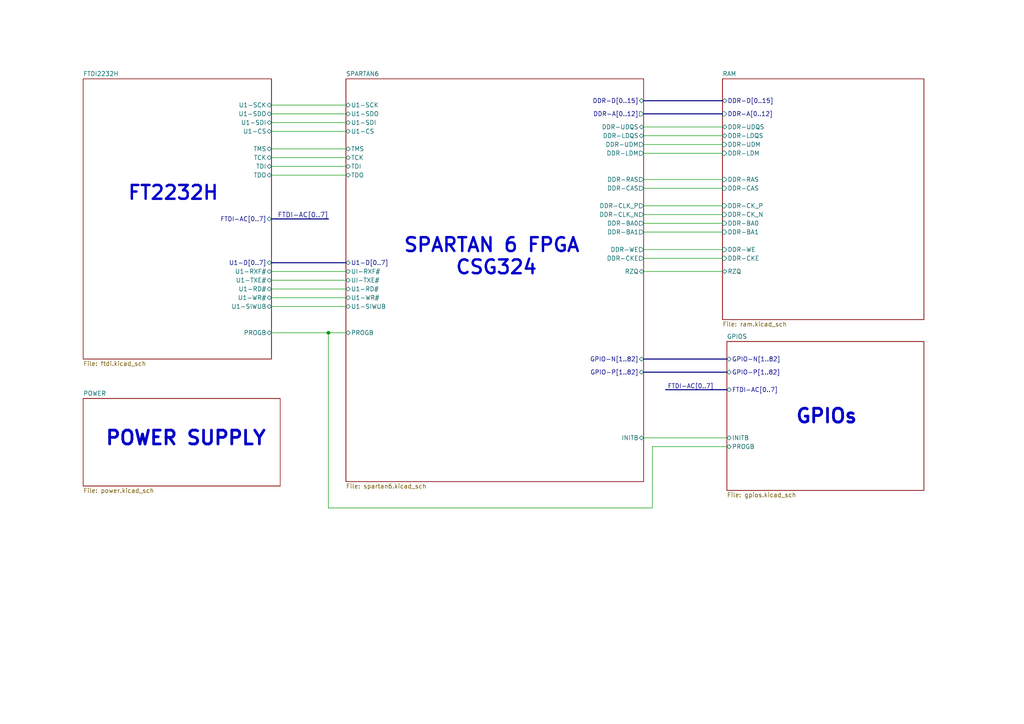
<source format=kicad_sch>
(kicad_sch (version 20211123) (generator eeschema)
  (paper "A4")
  (lib_symbols)
  (junction (at 95.25 96.52))
  (wire (pts (xy 78.74 43.18) (xy 100.33 43.18)))
  (wire (pts (xy 189.23 129.54) (xy 189.23 147.32)))
  (wire (pts (xy 78.74 35.56) (xy 100.33 35.56)))
  (wire (pts (xy 186.69 39.37) (xy 209.55 39.37)))
  (wire (pts (xy 186.69 67.31) (xy 209.55 67.31)))
  (wire (pts (xy 78.74 38.1) (xy 100.33 38.1)))
  (wire (pts (xy 78.74 88.9) (xy 100.33 88.9)))
  (bus (pts (xy 78.74 63.5) (xy 95.25 63.5)))
  (bus (pts (xy 186.69 107.95) (xy 210.82 107.95)))
  (wire (pts (xy 186.69 54.61) (xy 209.55 54.61)))
  (wire (pts (xy 186.69 64.77) (xy 209.55 64.77)))
  (wire (pts (xy 186.69 127) (xy 210.82 127)))
  (wire (pts (xy 78.74 86.36) (xy 100.33 86.36)))
  (wire (pts (xy 78.74 78.74) (xy 100.33 78.74)))
  (wire (pts (xy 189.23 147.32) (xy 95.25 147.32)))
  (wire (pts (xy 186.69 52.07) (xy 209.55 52.07)))
  (wire (pts (xy 78.74 45.72) (xy 100.33 45.72)))
  (wire (pts (xy 78.74 81.28) (xy 100.33 81.28)))
  (wire (pts (xy 78.74 96.52) (xy 95.25 96.52)))
  (wire (pts (xy 210.82 129.54) (xy 189.23 129.54)))
  (wire (pts (xy 78.74 83.82) (xy 100.33 83.82)))
  (wire (pts (xy 78.74 50.8) (xy 100.33 50.8)))
  (wire (pts (xy 186.69 44.45) (xy 209.55 44.45)))
  (bus (pts (xy 186.69 104.14) (xy 210.82 104.14)))
  (wire (pts (xy 78.74 33.02) (xy 100.33 33.02)))
  (wire (pts (xy 78.74 30.48) (xy 100.33 30.48)))
  (wire (pts (xy 95.25 96.52) (xy 100.33 96.52)))
  (wire (pts (xy 78.74 48.26) (xy 100.33 48.26)))
  (wire (pts (xy 186.69 62.23) (xy 209.55 62.23)))
  (wire (pts (xy 186.69 36.83) (xy 209.55 36.83)))
  (wire (pts (xy 186.69 59.69) (xy 209.55 59.69)))
  (bus (pts (xy 186.69 29.21) (xy 209.55 29.21)))
  (bus (pts (xy 78.74 76.2) (xy 100.33 76.2)))
  (wire (pts (xy 186.69 72.39) (xy 209.55 72.39)))
  (bus (pts (xy 193.04 113.03) (xy 210.82 113.03)))
  (wire (pts (xy 186.69 78.74) (xy 209.55 78.74)))
  (wire (pts (xy 186.69 41.91) (xy 209.55 41.91)))
  (bus (pts (xy 186.69 33.02) (xy 209.55 33.02)))
  (wire (pts (xy 186.69 74.93) (xy 209.55 74.93)))
  (wire (pts (xy 95.25 96.52) (xy 95.25 147.32)))
  (text "FT2232H" (at 36.83 58.42 0) (effects (font (size 4 4) (thickness 0.7) bold) (justify left bottom)))
  (text "SPARTAN 6 FPGA\n	CSG324" (at 116.84 80.01 0) (effects (font (size 4 4) (thickness 0.7) bold) (justify left bottom)))
  (text "POWER SUPPLY\n" (at 77.47 129.54 180) (effects (font (size 4 4) (thickness 0.8) bold) (justify right bottom)))
  (text "GPIOs" (at 248.92 123.19 180) (effects (font (size 4 4) (thickness 0.8) bold) (justify right bottom)))
  (label "FTDI-AC[0..7]" (at 95.25 63.5 180) (effects (font (size 1.4 1.4))))
  (label "FTDI-AC[0..7]" (at 207.01 113.03 180))
  (sheet (at 24.13 115.57) (size 57.15 25.4) (stroke (width 0.1524))
    (property "Sheet name" "POWER" (at 24.13 114.8584 0) (effects (justify left bottom)))
    (property "Sheet file" "power.kicad_sch" (at 24.13 141.5546 0) (effects (justify left top)))
  )
  (sheet (at 24.13 22.86) (size 54.61 81.28) (stroke (width 0.1524))
    (property "Sheet name" "FTDI2232H" (at 24.13 22.1484 0) (effects (justify left bottom)))
    (property "Sheet file" "ftdi.kicad_sch" (at 24.13 104.7246 0) (effects (justify left top)))
    (pin "U1-CS" bidirectional (at 78.74 38.1 0))
    (pin "TCK" bidirectional (at 78.74 45.72 0))
    (pin "U1-SDO" bidirectional (at 78.74 33.02 0))
    (pin "TDO" bidirectional (at 78.74 50.8 0))
    (pin "TMS" bidirectional (at 78.74 43.18 0))
    (pin "U1-SCK" bidirectional (at 78.74 30.48 0))
    (pin "FTDI-AC[0..7]" bidirectional (at 78.74 63.5 0))
    (pin "PROGB" bidirectional (at 78.74 96.52 0))
    (pin "U1-SDI" bidirectional (at 78.74 35.56 0))
    (pin "TDI" bidirectional (at 78.74 48.26 0))
    (pin "U1-WR#" bidirectional (at 78.74 86.36 0))
    (pin "U1-SIWUB" bidirectional (at 78.74 88.9 0))
    (pin "U1-D[0..7]" bidirectional (at 78.74 76.2 0))
    (pin "U1-TXE#" bidirectional (at 78.74 81.28 0))
    (pin "U1-RXF#" bidirectional (at 78.74 78.74 0))
    (pin "U1-RD#" bidirectional (at 78.74 83.82 0))
  )
  (sheet (at 100.33 22.86) (size 86.36 116.84) (stroke (width 0.1524))
    (property "Sheet name" "SPARTAN6" (at 100.33 22.1484 0) (effects (justify left bottom)))
    (property "Sheet file" "spartan6.kicad_sch" (at 100.33 140.2846 0) (effects (justify left top)))
    (pin "RZQ" bidirectional (at 186.69 78.74 0))
    (pin "DDR-UDQS" bidirectional (at 186.69 36.83 0))
    (pin "DDR-UDM" output (at 186.69 41.91 0))
    (pin "DDR-CLK_P" output (at 186.69 59.69 0))
    (pin "DDR-BA1" output (at 186.69 67.31 0))
    (pin "DDR-CLK_N" output (at 186.69 62.23 0))
    (pin "DDR-BA0" output (at 186.69 64.77 0))
    (pin "DDR-CAS" output (at 186.69 54.61 0))
    (pin "DDR-WE" output (at 186.69 72.39 0))
    (pin "DDR-CKE" output (at 186.69 74.93 0))
    (pin "U1-SIWUB" bidirectional (at 100.33 88.9 180))
    (pin "U1-WR#" bidirectional (at 100.33 86.36 180))
    (pin "U1-D[0..7]" bidirectional (at 100.33 76.2 180))
    (pin "U1-SCK" bidirectional (at 100.33 30.48 180))
    (pin "U1-SDO" bidirectional (at 100.33 33.02 180))
    (pin "U1-SDI" bidirectional (at 100.33 35.56 180))
    (pin "DDR-D[0..15]" bidirectional (at 186.69 29.21 0))
    (pin "DDR-LDQS" bidirectional (at 186.69 39.37 0))
    (pin "DDR-RAS" output (at 186.69 52.07 0))
    (pin "DDR-LDM" output (at 186.69 44.45 0))
    (pin "UI-RXF#" bidirectional (at 100.33 78.74 180))
    (pin "U1-RD#" bidirectional (at 100.33 83.82 180))
    (pin "UI-TXE#" bidirectional (at 100.33 81.28 180))
    (pin "GPIO-P[1..82]" bidirectional (at 186.69 107.95 0))
    (pin "DDR-A[0..12]" output (at 186.69 33.02 0))
    (pin "TDO" bidirectional (at 100.33 50.8 180))
    (pin "TCK" bidirectional (at 100.33 45.72 180))
    (pin "TMS" bidirectional (at 100.33 43.18 180))
    (pin "TDI" bidirectional (at 100.33 48.26 180))
    (pin "U1-CS" bidirectional (at 100.33 38.1 180))
    (pin "PROGB" bidirectional (at 100.33 96.52 180))
    (pin "INITB" bidirectional (at 186.69 127 0))
    (pin "GPIO-N[1..82]" bidirectional (at 186.69 104.14 0))
  )
  (sheet (at 210.82 99.06) (size 57.15 43.18) (stroke (width 0.1524))
    (property "Sheet name" "GPIOS" (at 210.82 98.3484 0) (effects (justify left bottom)))
    (property "Sheet file" "gpios.kicad_sch" (at 210.82 142.8246 0) (effects (justify left top)))
    (pin "INITB" bidirectional (at 210.82 127 180))
    (pin "GPIO-P[1..82]" bidirectional (at 210.82 107.95 180))
    (pin "PROGB" bidirectional (at 210.82 129.54 180))
    (pin "FTDI-AC[0..7]" bidirectional (at 210.82 113.03 180))
    (pin "GPIO-N[1..82]" bidirectional (at 210.82 104.14 180))
  )
  (sheet (at 209.55 22.86) (size 58.42 69.85) (stroke (width 0.1524))
    (property "Sheet name" "RAM" (at 209.55 22.1484 0) (effects (justify left bottom)))
    (property "Sheet file" "ram.kicad_sch" (at 209.55 93.2946 0) (effects (justify left top)))
    (pin "RZQ" bidirectional (at 209.55 78.74 180))
    (pin "DDR-D[0..15]" bidirectional (at 209.55 29.21 180))
    (pin "DDR-UDQS" bidirectional (at 209.55 36.83 180))
    (pin "DDR-A[0..12]" input (at 209.55 33.02 180))
    (pin "DDR-CK_N" input (at 209.55 62.23 180))
    (pin "DDR-CKE" input (at 209.55 74.93 180))
    (pin "DDR-CK_P" input (at 209.55 59.69 180))
    (pin "DDR-BA1" input (at 209.55 67.31 180))
    (pin "DDR-RAS" input (at 209.55 52.07 180))
    (pin "DDR-LDQS" bidirectional (at 209.55 39.37 180))
    (pin "DDR-WE" input (at 209.55 72.39 180))
    (pin "DDR-CAS" input (at 209.55 54.61 180))
    (pin "DDR-LDM" input (at 209.55 44.45 180))
    (pin "DDR-BA0" input (at 209.55 64.77 180))
    (pin "DDR-UDM" input (at 209.55 41.91 180))
  )
)
</source>
